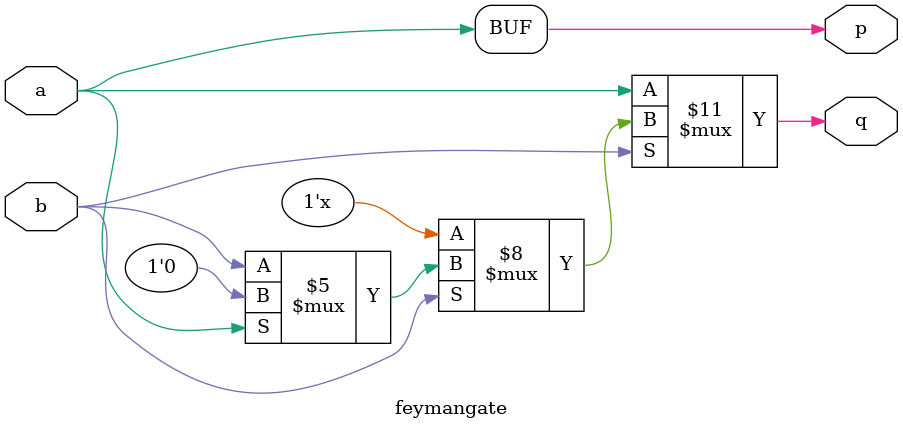
<source format=sv>

module feymangate(
    input bit a,b,
    output bit p,q
);
  assign p = a;
  
  always @(a or b) begin
    if (b==0) begin
      q = a;
    end else begin
      if (a==0) begin
        q = b;
      end else begin
        q = 0;
      end
    end
  end
endmodule

</source>
